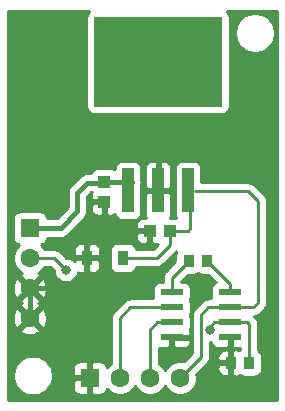
<source format=gbr>
%TF.GenerationSoftware,KiCad,Pcbnew,5.1.10*%
%TF.CreationDate,2021-09-22T17:39:45-07:00*%
%TF.ProjectId,Instrumentation-Amplifier,496e7374-7275-46d6-956e-746174696f6e,2.0*%
%TF.SameCoordinates,Original*%
%TF.FileFunction,Copper,L1,Top*%
%TF.FilePolarity,Positive*%
%FSLAX46Y46*%
G04 Gerber Fmt 4.6, Leading zero omitted, Abs format (unit mm)*
G04 Created by KiCad (PCBNEW 5.1.10) date 2021-09-22 17:39:45*
%MOMM*%
%LPD*%
G01*
G04 APERTURE LIST*
%TA.AperFunction,SMDPad,CuDef*%
%ADD10R,1.000000X1.100000*%
%TD*%
%TA.AperFunction,SMDPad,CuDef*%
%ADD11R,1.100000X1.000000*%
%TD*%
%TA.AperFunction,SMDPad,CuDef*%
%ADD12R,0.965200X1.295400*%
%TD*%
%TA.AperFunction,ComponentPad*%
%ADD13R,1.605000X1.605000*%
%TD*%
%TA.AperFunction,ComponentPad*%
%ADD14C,1.605000*%
%TD*%
%TA.AperFunction,SMDPad,CuDef*%
%ADD15R,0.940000X1.020000*%
%TD*%
%TA.AperFunction,SMDPad,CuDef*%
%ADD16R,0.990000X3.790000*%
%TD*%
%TA.AperFunction,SMDPad,CuDef*%
%ADD17R,10.840000X7.620000*%
%TD*%
%TA.AperFunction,SMDPad,CuDef*%
%ADD18R,1.981200X0.558800*%
%TD*%
%TA.AperFunction,ViaPad*%
%ADD19C,0.800000*%
%TD*%
%TA.AperFunction,Conductor*%
%ADD20C,0.381000*%
%TD*%
%TA.AperFunction,Conductor*%
%ADD21C,0.254000*%
%TD*%
%TA.AperFunction,Conductor*%
%ADD22C,0.100000*%
%TD*%
G04 APERTURE END LIST*
D10*
%TO.P,C1,1*%
%TO.N,Earth*%
X112979200Y-117182000D03*
%TO.P,C1,2*%
%TO.N,/+Vs*%
X112979200Y-115482000D03*
%TD*%
D11*
%TO.P,C2,1*%
%TO.N,Earth*%
X116828200Y-119634000D03*
%TO.P,C2,2*%
%TO.N,~*%
X118528200Y-119634000D03*
%TD*%
D12*
%TO.P,D1,1*%
%TO.N,Earth*%
X111506000Y-121920000D03*
%TO.P,D1,2*%
%TO.N,~*%
X114554000Y-121920000D03*
%TD*%
D13*
%TO.P,J1,1*%
%TO.N,/+Vs*%
X106680000Y-119380000D03*
D14*
%TO.P,J1,2*%
%TO.N,/Vout*%
X106680000Y-121920000D03*
%TO.P,J1,3*%
%TO.N,Earth*%
X106680000Y-124460000D03*
%TO.P,J1,4*%
X106680000Y-127000000D03*
%TD*%
D13*
%TO.P,J2,1*%
%TO.N,Earth*%
X111760000Y-132080000D03*
D14*
%TO.P,J2,2*%
%TO.N,Net-(J2-Pad2)*%
X114300000Y-132080000D03*
%TO.P,J2,3*%
%TO.N,Net-(J2-Pad3)*%
X116840000Y-132080000D03*
%TO.P,J2,4*%
%TO.N,~*%
X119380000Y-132080000D03*
%TD*%
D15*
%TO.P,R1,1*%
%TO.N,Net-(R1-Pad1)*%
X120114000Y-122174000D03*
%TO.P,R1,2*%
%TO.N,Net-(R1-Pad2)*%
X121694000Y-122174000D03*
%TD*%
%TO.P,R2,1*%
%TO.N,/Vout*%
X125250000Y-130810000D03*
%TO.P,R2,2*%
%TO.N,Earth*%
X123670000Y-130810000D03*
%TD*%
D16*
%TO.P,U1,1*%
%TO.N,/+Vs*%
X114985800Y-116204200D03*
%TO.P,U1,2*%
%TO.N,Earth*%
X117525800Y-116204200D03*
%TO.P,U1,3*%
%TO.N,~*%
X120065800Y-116204200D03*
D17*
%TO.P,U1,4*%
%TO.N,N/C*%
X117525800Y-105324200D03*
%TD*%
D18*
%TO.P,U2,1*%
%TO.N,Net-(R1-Pad1)*%
X118694200Y-124841000D03*
%TO.P,U2,2*%
%TO.N,Net-(J2-Pad2)*%
X118694200Y-126111000D03*
%TO.P,U2,3*%
%TO.N,Net-(J2-Pad3)*%
X118694200Y-127381000D03*
%TO.P,U2,4*%
%TO.N,Earth*%
X118694200Y-128651000D03*
%TO.P,U2,5*%
X123621800Y-128651000D03*
%TO.P,U2,6*%
%TO.N,/Vout*%
X123621800Y-127381000D03*
%TO.P,U2,7*%
%TO.N,~*%
X123621800Y-126111000D03*
%TO.P,U2,8*%
%TO.N,Net-(R1-Pad2)*%
X123621800Y-124841000D03*
%TD*%
D19*
%TO.N,Earth*%
X118618000Y-130048000D03*
%TO.N,/Vout*%
X109728000Y-122936000D03*
X121920000Y-128016000D03*
%TD*%
D20*
%TO.N,Earth*%
X106680000Y-124460000D02*
X110744000Y-124460000D01*
X110744000Y-124460000D02*
X111506000Y-123698000D01*
X111506000Y-123698000D02*
X111506000Y-121920000D01*
X106680000Y-127000000D02*
X106680000Y-124460000D01*
X123670000Y-128699200D02*
X123621800Y-128651000D01*
X123670000Y-130810000D02*
X123670000Y-128699200D01*
X123670000Y-130810000D02*
X123670000Y-133632000D01*
X123670000Y-133632000D02*
X123444000Y-133858000D01*
X123444000Y-133858000D02*
X112014000Y-133858000D01*
X111760000Y-133604000D02*
X111760000Y-132080000D01*
X112014000Y-133858000D02*
X111760000Y-133604000D01*
X118694200Y-129971800D02*
X118618000Y-130048000D01*
X118694200Y-128651000D02*
X118694200Y-129971800D01*
D21*
%TO.N,~*%
X121158000Y-126746000D02*
X121793000Y-126111000D01*
X121158000Y-130302000D02*
X121158000Y-126746000D01*
X121793000Y-126111000D02*
X123621800Y-126111000D01*
X119380000Y-132080000D02*
X121158000Y-130302000D01*
X120650000Y-116290000D02*
X125180000Y-116290000D01*
X125180000Y-116290000D02*
X125984000Y-117094000D01*
X125984000Y-117094000D02*
X125984000Y-125730000D01*
X125603000Y-126111000D02*
X123621800Y-126111000D01*
X125984000Y-125730000D02*
X125603000Y-126111000D01*
X118528200Y-119634000D02*
X120040400Y-119634000D01*
X120040400Y-119634000D02*
X120269000Y-119405400D01*
X120269000Y-119405400D02*
X120269000Y-117271800D01*
X114554000Y-121920000D02*
X117449600Y-121920000D01*
X117449600Y-121920000D02*
X118541800Y-120827800D01*
X118541800Y-120827800D02*
X118541800Y-119608600D01*
%TO.N,Net-(J2-Pad3)*%
X117449600Y-127381000D02*
X118694200Y-127381000D01*
X116840000Y-127990600D02*
X117449600Y-127381000D01*
X116840000Y-132080000D02*
X116840000Y-127990600D01*
%TO.N,Net-(J2-Pad2)*%
X114300000Y-132080000D02*
X114300000Y-127000000D01*
X115189000Y-126111000D02*
X118694200Y-126111000D01*
X114300000Y-127000000D02*
X115189000Y-126111000D01*
%TO.N,Net-(R1-Pad2)*%
X123621800Y-124101800D02*
X121694000Y-122174000D01*
X123621800Y-124841000D02*
X123621800Y-124101800D01*
%TO.N,Net-(R1-Pad1)*%
X118694200Y-123593800D02*
X120114000Y-122174000D01*
X118694200Y-124841000D02*
X118694200Y-123593800D01*
%TO.N,/Vout*%
X125250000Y-130810000D02*
X125250000Y-127536000D01*
X125095000Y-127381000D02*
X123621800Y-127381000D01*
X125250000Y-127536000D02*
X125095000Y-127381000D01*
X108712000Y-121920000D02*
X109728000Y-122936000D01*
X106680000Y-121920000D02*
X108712000Y-121920000D01*
X121920000Y-128016000D02*
X121920000Y-127762000D01*
X122301000Y-127381000D02*
X123621800Y-127381000D01*
X121920000Y-127762000D02*
X122301000Y-127381000D01*
D20*
%TO.N,/+Vs*%
X112979200Y-115482000D02*
X115304200Y-115482000D01*
X106680000Y-119380000D02*
X109296200Y-119380000D01*
X109296200Y-119380000D02*
X110693200Y-117983000D01*
X110693200Y-117983000D02*
X110693200Y-116382800D01*
X110693200Y-116382800D02*
X111531400Y-115544600D01*
X111531400Y-115544600D02*
X113004600Y-115544600D01*
%TD*%
D21*
%TO.N,Earth*%
X111654615Y-101063015D02*
X111575263Y-101159706D01*
X111516298Y-101270020D01*
X111479988Y-101389718D01*
X111467728Y-101514200D01*
X111467728Y-109134200D01*
X111479988Y-109258682D01*
X111516298Y-109378380D01*
X111575263Y-109488694D01*
X111654615Y-109585385D01*
X111751306Y-109664737D01*
X111861620Y-109723702D01*
X111981318Y-109760012D01*
X112105800Y-109772272D01*
X122945800Y-109772272D01*
X123070282Y-109760012D01*
X123189980Y-109723702D01*
X123300294Y-109664737D01*
X123396985Y-109585385D01*
X123476337Y-109488694D01*
X123535302Y-109378380D01*
X123571612Y-109258682D01*
X123583872Y-109134200D01*
X123583872Y-102704042D01*
X124045000Y-102704042D01*
X124045000Y-103035958D01*
X124109754Y-103361496D01*
X124236772Y-103668147D01*
X124421175Y-103944125D01*
X124655875Y-104178825D01*
X124931853Y-104363228D01*
X125238504Y-104490246D01*
X125564042Y-104555000D01*
X125895958Y-104555000D01*
X126221496Y-104490246D01*
X126528147Y-104363228D01*
X126804125Y-104178825D01*
X127038825Y-103944125D01*
X127223228Y-103668147D01*
X127350246Y-103361496D01*
X127415000Y-103035958D01*
X127415000Y-102704042D01*
X127350246Y-102378504D01*
X127223228Y-102071853D01*
X127038825Y-101795875D01*
X126804125Y-101561175D01*
X126528147Y-101376772D01*
X126221496Y-101249754D01*
X125895958Y-101185000D01*
X125564042Y-101185000D01*
X125238504Y-101249754D01*
X124931853Y-101376772D01*
X124655875Y-101561175D01*
X124421175Y-101795875D01*
X124236772Y-102071853D01*
X124109754Y-102378504D01*
X124045000Y-102704042D01*
X123583872Y-102704042D01*
X123583872Y-101514200D01*
X123571612Y-101389718D01*
X123535302Y-101270020D01*
X123476337Y-101159706D01*
X123396985Y-101063015D01*
X123368941Y-101040000D01*
X127560001Y-101040000D01*
X127560000Y-133910000D01*
X104850000Y-133910000D01*
X104850000Y-131710842D01*
X105249000Y-131710842D01*
X105249000Y-132042758D01*
X105313754Y-132368296D01*
X105440772Y-132674947D01*
X105625175Y-132950925D01*
X105859875Y-133185625D01*
X106135853Y-133370028D01*
X106442504Y-133497046D01*
X106768042Y-133561800D01*
X107099958Y-133561800D01*
X107425496Y-133497046D01*
X107732147Y-133370028D01*
X108008125Y-133185625D01*
X108242825Y-132950925D01*
X108288545Y-132882500D01*
X110319428Y-132882500D01*
X110331688Y-133006982D01*
X110367998Y-133126680D01*
X110426963Y-133236994D01*
X110506315Y-133333685D01*
X110603006Y-133413037D01*
X110713320Y-133472002D01*
X110833018Y-133508312D01*
X110957500Y-133520572D01*
X111474250Y-133517500D01*
X111633000Y-133358750D01*
X111633000Y-132207000D01*
X110481250Y-132207000D01*
X110322500Y-132365750D01*
X110319428Y-132882500D01*
X108288545Y-132882500D01*
X108427228Y-132674947D01*
X108554246Y-132368296D01*
X108619000Y-132042758D01*
X108619000Y-131710842D01*
X108554246Y-131385304D01*
X108509593Y-131277500D01*
X110319428Y-131277500D01*
X110322500Y-131794250D01*
X110481250Y-131953000D01*
X111633000Y-131953000D01*
X111633000Y-130801250D01*
X111887000Y-130801250D01*
X111887000Y-131953000D01*
X111907000Y-131953000D01*
X111907000Y-132207000D01*
X111887000Y-132207000D01*
X111887000Y-133358750D01*
X112045750Y-133517500D01*
X112562500Y-133520572D01*
X112686982Y-133508312D01*
X112806680Y-133472002D01*
X112916994Y-133413037D01*
X113013685Y-133333685D01*
X113093037Y-133236994D01*
X113152002Y-133126680D01*
X113188312Y-133006982D01*
X113188826Y-133001758D01*
X113383647Y-133196579D01*
X113619089Y-133353896D01*
X113880697Y-133462257D01*
X114158419Y-133517500D01*
X114441581Y-133517500D01*
X114719303Y-133462257D01*
X114980911Y-133353896D01*
X115216353Y-133196579D01*
X115416579Y-132996353D01*
X115570000Y-132766742D01*
X115723421Y-132996353D01*
X115923647Y-133196579D01*
X116159089Y-133353896D01*
X116420697Y-133462257D01*
X116698419Y-133517500D01*
X116981581Y-133517500D01*
X117259303Y-133462257D01*
X117520911Y-133353896D01*
X117756353Y-133196579D01*
X117956579Y-132996353D01*
X118110000Y-132766742D01*
X118263421Y-132996353D01*
X118463647Y-133196579D01*
X118699089Y-133353896D01*
X118960697Y-133462257D01*
X119238419Y-133517500D01*
X119521581Y-133517500D01*
X119799303Y-133462257D01*
X120060911Y-133353896D01*
X120296353Y-133196579D01*
X120496579Y-132996353D01*
X120653896Y-132760911D01*
X120762257Y-132499303D01*
X120817500Y-132221581D01*
X120817500Y-131938419D01*
X120781283Y-131756347D01*
X121217630Y-131320000D01*
X122561928Y-131320000D01*
X122574188Y-131444482D01*
X122610498Y-131564180D01*
X122669463Y-131674494D01*
X122748815Y-131771185D01*
X122845506Y-131850537D01*
X122955820Y-131909502D01*
X123075518Y-131945812D01*
X123200000Y-131958072D01*
X123384250Y-131955000D01*
X123543000Y-131796250D01*
X123543000Y-130937000D01*
X122723750Y-130937000D01*
X122565000Y-131095750D01*
X122561928Y-131320000D01*
X121217630Y-131320000D01*
X121670347Y-130867283D01*
X121699422Y-130843422D01*
X121778584Y-130746963D01*
X121794645Y-130727393D01*
X121865401Y-130595016D01*
X121865402Y-130595015D01*
X121908974Y-130451378D01*
X121920000Y-130339426D01*
X121920000Y-130339423D01*
X121923686Y-130302000D01*
X121923490Y-130300000D01*
X122561928Y-130300000D01*
X122565000Y-130524250D01*
X122723750Y-130683000D01*
X123543000Y-130683000D01*
X123543000Y-129823750D01*
X123384250Y-129665000D01*
X123200000Y-129661928D01*
X123075518Y-129674188D01*
X122955820Y-129710498D01*
X122845506Y-129769463D01*
X122748815Y-129848815D01*
X122669463Y-129945506D01*
X122610498Y-130055820D01*
X122574188Y-130175518D01*
X122561928Y-130300000D01*
X121923490Y-130300000D01*
X121920000Y-130264577D01*
X121920000Y-129051000D01*
X122005264Y-129051000D01*
X122005692Y-129056400D01*
X122042293Y-129176010D01*
X122101525Y-129286180D01*
X122181111Y-129382679D01*
X122277995Y-129461796D01*
X122388452Y-129520493D01*
X122508238Y-129556512D01*
X122632749Y-129568470D01*
X123336050Y-129565400D01*
X123494800Y-129406650D01*
X123494800Y-128778000D01*
X123474800Y-128778000D01*
X123474800Y-128524000D01*
X123494800Y-128524000D01*
X123494800Y-128504000D01*
X123748800Y-128504000D01*
X123748800Y-128524000D01*
X123768800Y-128524000D01*
X123768800Y-128778000D01*
X123748800Y-128778000D01*
X123748800Y-129406650D01*
X123907550Y-129565400D01*
X124488000Y-129567934D01*
X124488000Y-129736059D01*
X124460000Y-129751025D01*
X124384180Y-129710498D01*
X124264482Y-129674188D01*
X124140000Y-129661928D01*
X123955750Y-129665000D01*
X123797000Y-129823750D01*
X123797000Y-130683000D01*
X123817000Y-130683000D01*
X123817000Y-130937000D01*
X123797000Y-130937000D01*
X123797000Y-131796250D01*
X123955750Y-131955000D01*
X124140000Y-131958072D01*
X124264482Y-131945812D01*
X124384180Y-131909502D01*
X124460000Y-131868975D01*
X124535820Y-131909502D01*
X124655518Y-131945812D01*
X124780000Y-131958072D01*
X125720000Y-131958072D01*
X125844482Y-131945812D01*
X125964180Y-131909502D01*
X126074494Y-131850537D01*
X126171185Y-131771185D01*
X126250537Y-131674494D01*
X126309502Y-131564180D01*
X126345812Y-131444482D01*
X126358072Y-131320000D01*
X126358072Y-130300000D01*
X126345812Y-130175518D01*
X126309502Y-130055820D01*
X126250537Y-129945506D01*
X126171185Y-129848815D01*
X126074494Y-129769463D01*
X126012000Y-129736059D01*
X126012000Y-127573422D01*
X126015686Y-127535999D01*
X126009998Y-127478249D01*
X126000974Y-127386622D01*
X125957402Y-127242985D01*
X125886645Y-127110608D01*
X125791422Y-126994578D01*
X125762346Y-126970716D01*
X125662460Y-126870830D01*
X125752378Y-126861974D01*
X125896015Y-126818402D01*
X126028392Y-126747645D01*
X126144422Y-126652422D01*
X126168284Y-126623346D01*
X126496346Y-126295284D01*
X126525422Y-126271422D01*
X126620645Y-126155392D01*
X126691402Y-126023015D01*
X126734974Y-125879378D01*
X126746000Y-125767426D01*
X126746000Y-125767424D01*
X126749686Y-125730001D01*
X126746000Y-125692578D01*
X126746000Y-117131423D01*
X126749686Y-117094000D01*
X126745845Y-117055000D01*
X126734974Y-116944622D01*
X126691402Y-116800985D01*
X126620646Y-116668609D01*
X126620645Y-116668607D01*
X126581986Y-116621502D01*
X126525422Y-116552578D01*
X126496347Y-116528717D01*
X125745284Y-115777654D01*
X125721422Y-115748578D01*
X125605392Y-115653355D01*
X125473015Y-115582598D01*
X125329378Y-115539026D01*
X125217426Y-115528000D01*
X125217423Y-115528000D01*
X125180000Y-115524314D01*
X125142577Y-115528000D01*
X121198872Y-115528000D01*
X121198872Y-114309200D01*
X121186612Y-114184718D01*
X121150302Y-114065020D01*
X121091337Y-113954706D01*
X121011985Y-113858015D01*
X120915294Y-113778663D01*
X120804980Y-113719698D01*
X120685282Y-113683388D01*
X120560800Y-113671128D01*
X119570800Y-113671128D01*
X119446318Y-113683388D01*
X119326620Y-113719698D01*
X119216306Y-113778663D01*
X119119615Y-113858015D01*
X119040263Y-113954706D01*
X118981298Y-114065020D01*
X118944988Y-114184718D01*
X118932728Y-114309200D01*
X118932728Y-118099200D01*
X118944988Y-118223682D01*
X118981298Y-118343380D01*
X119040263Y-118453694D01*
X119074923Y-118495928D01*
X118516677Y-118495928D01*
X118551337Y-118453694D01*
X118610302Y-118343380D01*
X118646612Y-118223682D01*
X118658872Y-118099200D01*
X118655800Y-116489950D01*
X118497050Y-116331200D01*
X117652800Y-116331200D01*
X117652800Y-116351200D01*
X117398800Y-116351200D01*
X117398800Y-116331200D01*
X116554550Y-116331200D01*
X116395800Y-116489950D01*
X116392728Y-118099200D01*
X116404988Y-118223682D01*
X116441298Y-118343380D01*
X116500263Y-118453694D01*
X116537396Y-118498941D01*
X116278200Y-118495928D01*
X116153718Y-118508188D01*
X116034020Y-118544498D01*
X115923706Y-118603463D01*
X115827015Y-118682815D01*
X115747663Y-118779506D01*
X115688698Y-118889820D01*
X115652388Y-119009518D01*
X115640128Y-119134000D01*
X115643200Y-119348250D01*
X115801950Y-119507000D01*
X116701200Y-119507000D01*
X116701200Y-119487000D01*
X116955200Y-119487000D01*
X116955200Y-119507000D01*
X116975200Y-119507000D01*
X116975200Y-119761000D01*
X116955200Y-119761000D01*
X116955200Y-120610250D01*
X117113950Y-120769000D01*
X117378200Y-120772072D01*
X117502682Y-120759812D01*
X117544992Y-120746977D01*
X117133970Y-121158000D01*
X115663415Y-121158000D01*
X115662412Y-121147818D01*
X115626102Y-121028120D01*
X115567137Y-120917806D01*
X115487785Y-120821115D01*
X115391094Y-120741763D01*
X115280780Y-120682798D01*
X115161082Y-120646488D01*
X115036600Y-120634228D01*
X114071400Y-120634228D01*
X113946918Y-120646488D01*
X113827220Y-120682798D01*
X113716906Y-120741763D01*
X113620215Y-120821115D01*
X113540863Y-120917806D01*
X113481898Y-121028120D01*
X113445588Y-121147818D01*
X113433328Y-121272300D01*
X113433328Y-122567700D01*
X113445588Y-122692182D01*
X113481898Y-122811880D01*
X113540863Y-122922194D01*
X113620215Y-123018885D01*
X113716906Y-123098237D01*
X113827220Y-123157202D01*
X113946918Y-123193512D01*
X114071400Y-123205772D01*
X115036600Y-123205772D01*
X115161082Y-123193512D01*
X115280780Y-123157202D01*
X115391094Y-123098237D01*
X115487785Y-123018885D01*
X115567137Y-122922194D01*
X115626102Y-122811880D01*
X115662412Y-122692182D01*
X115663415Y-122682000D01*
X117412177Y-122682000D01*
X117449600Y-122685686D01*
X117487023Y-122682000D01*
X117487026Y-122682000D01*
X117598978Y-122670974D01*
X117742615Y-122627402D01*
X117874992Y-122556645D01*
X117991022Y-122461422D01*
X118014884Y-122432346D01*
X119054153Y-121393078D01*
X119080232Y-121371676D01*
X119054498Y-121419820D01*
X119018188Y-121539518D01*
X119005928Y-121664000D01*
X119005928Y-122204441D01*
X118181849Y-123028521D01*
X118152779Y-123052378D01*
X118128922Y-123081448D01*
X118128921Y-123081449D01*
X118057555Y-123168408D01*
X117986799Y-123300785D01*
X117943227Y-123444422D01*
X117928514Y-123593800D01*
X117932201Y-123631233D01*
X117932201Y-123923528D01*
X117703600Y-123923528D01*
X117579118Y-123935788D01*
X117459420Y-123972098D01*
X117349106Y-124031063D01*
X117252415Y-124110415D01*
X117173063Y-124207106D01*
X117114098Y-124317420D01*
X117077788Y-124437118D01*
X117065528Y-124561600D01*
X117065528Y-125120400D01*
X117077788Y-125244882D01*
X117109372Y-125349000D01*
X115226423Y-125349000D01*
X115189000Y-125345314D01*
X115151577Y-125349000D01*
X115151574Y-125349000D01*
X115039622Y-125360026D01*
X114895985Y-125403598D01*
X114834364Y-125436535D01*
X114763607Y-125474355D01*
X114680904Y-125542228D01*
X114647578Y-125569578D01*
X114623721Y-125598649D01*
X113787649Y-126434721D01*
X113758579Y-126458578D01*
X113734722Y-126487648D01*
X113734721Y-126487649D01*
X113663355Y-126574608D01*
X113592599Y-126706985D01*
X113549027Y-126850622D01*
X113534314Y-127000000D01*
X113538001Y-127037433D01*
X113538000Y-130860286D01*
X113383647Y-130963421D01*
X113188826Y-131158242D01*
X113188312Y-131153018D01*
X113152002Y-131033320D01*
X113093037Y-130923006D01*
X113013685Y-130826315D01*
X112916994Y-130746963D01*
X112806680Y-130687998D01*
X112686982Y-130651688D01*
X112562500Y-130639428D01*
X112045750Y-130642500D01*
X111887000Y-130801250D01*
X111633000Y-130801250D01*
X111474250Y-130642500D01*
X110957500Y-130639428D01*
X110833018Y-130651688D01*
X110713320Y-130687998D01*
X110603006Y-130746963D01*
X110506315Y-130826315D01*
X110426963Y-130923006D01*
X110367998Y-131033320D01*
X110331688Y-131153018D01*
X110319428Y-131277500D01*
X108509593Y-131277500D01*
X108427228Y-131078653D01*
X108242825Y-130802675D01*
X108008125Y-130567975D01*
X107732147Y-130383572D01*
X107425496Y-130256554D01*
X107099958Y-130191800D01*
X106768042Y-130191800D01*
X106442504Y-130256554D01*
X106135853Y-130383572D01*
X105859875Y-130567975D01*
X105625175Y-130802675D01*
X105440772Y-131078653D01*
X105313754Y-131385304D01*
X105249000Y-131710842D01*
X104850000Y-131710842D01*
X104850000Y-127994487D01*
X105865118Y-127994487D01*
X105937004Y-128238712D01*
X106192941Y-128359862D01*
X106467596Y-128428752D01*
X106750413Y-128442738D01*
X107030524Y-128401279D01*
X107297165Y-128305970D01*
X107422996Y-128238712D01*
X107494882Y-127994487D01*
X106680000Y-127179605D01*
X105865118Y-127994487D01*
X104850000Y-127994487D01*
X104850000Y-127070413D01*
X105237262Y-127070413D01*
X105278721Y-127350524D01*
X105374030Y-127617165D01*
X105441288Y-127742996D01*
X105685513Y-127814882D01*
X106500395Y-127000000D01*
X106859605Y-127000000D01*
X107674487Y-127814882D01*
X107918712Y-127742996D01*
X108039862Y-127487059D01*
X108108752Y-127212404D01*
X108122738Y-126929587D01*
X108081279Y-126649476D01*
X107985970Y-126382835D01*
X107918712Y-126257004D01*
X107674487Y-126185118D01*
X106859605Y-127000000D01*
X106500395Y-127000000D01*
X105685513Y-126185118D01*
X105441288Y-126257004D01*
X105320138Y-126512941D01*
X105251248Y-126787596D01*
X105237262Y-127070413D01*
X104850000Y-127070413D01*
X104850000Y-125454487D01*
X105865118Y-125454487D01*
X105937004Y-125698712D01*
X105999091Y-125728102D01*
X105937004Y-125761288D01*
X105865118Y-126005513D01*
X106680000Y-126820395D01*
X107494882Y-126005513D01*
X107422996Y-125761288D01*
X107360909Y-125731898D01*
X107422996Y-125698712D01*
X107494882Y-125454487D01*
X106680000Y-124639605D01*
X105865118Y-125454487D01*
X104850000Y-125454487D01*
X104850000Y-124530413D01*
X105237262Y-124530413D01*
X105278721Y-124810524D01*
X105374030Y-125077165D01*
X105441288Y-125202996D01*
X105685513Y-125274882D01*
X106500395Y-124460000D01*
X106859605Y-124460000D01*
X107674487Y-125274882D01*
X107918712Y-125202996D01*
X108039862Y-124947059D01*
X108108752Y-124672404D01*
X108122738Y-124389587D01*
X108081279Y-124109476D01*
X107985970Y-123842835D01*
X107918712Y-123717004D01*
X107674487Y-123645118D01*
X106859605Y-124460000D01*
X106500395Y-124460000D01*
X105685513Y-123645118D01*
X105441288Y-123717004D01*
X105320138Y-123972941D01*
X105251248Y-124247596D01*
X105237262Y-124530413D01*
X104850000Y-124530413D01*
X104850000Y-118577500D01*
X105239428Y-118577500D01*
X105239428Y-120182500D01*
X105251688Y-120306982D01*
X105287998Y-120426680D01*
X105346963Y-120536994D01*
X105426315Y-120633685D01*
X105523006Y-120713037D01*
X105633320Y-120772002D01*
X105753018Y-120808312D01*
X105758242Y-120808826D01*
X105563421Y-121003647D01*
X105406104Y-121239089D01*
X105297743Y-121500697D01*
X105242500Y-121778419D01*
X105242500Y-122061581D01*
X105297743Y-122339303D01*
X105406104Y-122600911D01*
X105563421Y-122836353D01*
X105763647Y-123036579D01*
X105994272Y-123190678D01*
X105937004Y-123221288D01*
X105865118Y-123465513D01*
X106680000Y-124280395D01*
X107494882Y-123465513D01*
X107422996Y-123221288D01*
X107362660Y-123192727D01*
X107596353Y-123036579D01*
X107796579Y-122836353D01*
X107899714Y-122682000D01*
X108396370Y-122682000D01*
X108693000Y-122978631D01*
X108693000Y-123037939D01*
X108732774Y-123237898D01*
X108810795Y-123426256D01*
X108924063Y-123595774D01*
X109068226Y-123739937D01*
X109237744Y-123853205D01*
X109426102Y-123931226D01*
X109626061Y-123971000D01*
X109829939Y-123971000D01*
X110029898Y-123931226D01*
X110218256Y-123853205D01*
X110387774Y-123739937D01*
X110531937Y-123595774D01*
X110645205Y-123426256D01*
X110723226Y-123237898D01*
X110743116Y-123137904D01*
X110779220Y-123157202D01*
X110898918Y-123193512D01*
X111023400Y-123205772D01*
X111220250Y-123202700D01*
X111379000Y-123043950D01*
X111379000Y-122047000D01*
X111633000Y-122047000D01*
X111633000Y-123043950D01*
X111791750Y-123202700D01*
X111988600Y-123205772D01*
X112113082Y-123193512D01*
X112232780Y-123157202D01*
X112343094Y-123098237D01*
X112439785Y-123018885D01*
X112519137Y-122922194D01*
X112578102Y-122811880D01*
X112614412Y-122692182D01*
X112626672Y-122567700D01*
X112623600Y-122205750D01*
X112464850Y-122047000D01*
X111633000Y-122047000D01*
X111379000Y-122047000D01*
X110547150Y-122047000D01*
X110424931Y-122169220D01*
X110387774Y-122132063D01*
X110218256Y-122018795D01*
X110029898Y-121940774D01*
X109829939Y-121901000D01*
X109770631Y-121901000D01*
X109277284Y-121407654D01*
X109253422Y-121378578D01*
X109137392Y-121283355D01*
X109116710Y-121272300D01*
X110385328Y-121272300D01*
X110388400Y-121634250D01*
X110547150Y-121793000D01*
X111379000Y-121793000D01*
X111379000Y-120796050D01*
X111633000Y-120796050D01*
X111633000Y-121793000D01*
X112464850Y-121793000D01*
X112623600Y-121634250D01*
X112626672Y-121272300D01*
X112614412Y-121147818D01*
X112578102Y-121028120D01*
X112519137Y-120917806D01*
X112439785Y-120821115D01*
X112343094Y-120741763D01*
X112232780Y-120682798D01*
X112113082Y-120646488D01*
X111988600Y-120634228D01*
X111791750Y-120637300D01*
X111633000Y-120796050D01*
X111379000Y-120796050D01*
X111220250Y-120637300D01*
X111023400Y-120634228D01*
X110898918Y-120646488D01*
X110779220Y-120682798D01*
X110668906Y-120741763D01*
X110572215Y-120821115D01*
X110492863Y-120917806D01*
X110433898Y-121028120D01*
X110397588Y-121147818D01*
X110385328Y-121272300D01*
X109116710Y-121272300D01*
X109005015Y-121212598D01*
X108861378Y-121169026D01*
X108749426Y-121158000D01*
X108749423Y-121158000D01*
X108712000Y-121154314D01*
X108674577Y-121158000D01*
X107899714Y-121158000D01*
X107796579Y-121003647D01*
X107601758Y-120808826D01*
X107606982Y-120808312D01*
X107726680Y-120772002D01*
X107836994Y-120713037D01*
X107933685Y-120633685D01*
X108013037Y-120536994D01*
X108072002Y-120426680D01*
X108108312Y-120306982D01*
X108118307Y-120205500D01*
X109255650Y-120205500D01*
X109296200Y-120209494D01*
X109336750Y-120205500D01*
X109336753Y-120205500D01*
X109458026Y-120193556D01*
X109613634Y-120146353D01*
X109636744Y-120134000D01*
X115640128Y-120134000D01*
X115652388Y-120258482D01*
X115688698Y-120378180D01*
X115747663Y-120488494D01*
X115827015Y-120585185D01*
X115923706Y-120664537D01*
X116034020Y-120723502D01*
X116153718Y-120759812D01*
X116278200Y-120772072D01*
X116542450Y-120769000D01*
X116701200Y-120610250D01*
X116701200Y-119761000D01*
X115801950Y-119761000D01*
X115643200Y-119919750D01*
X115640128Y-120134000D01*
X109636744Y-120134000D01*
X109757042Y-120069699D01*
X109882741Y-119966541D01*
X109908598Y-119935034D01*
X111248241Y-118595392D01*
X111279741Y-118569541D01*
X111382899Y-118443842D01*
X111459553Y-118300434D01*
X111506756Y-118144826D01*
X111518700Y-118023553D01*
X111518700Y-118023544D01*
X111522693Y-117983001D01*
X111518700Y-117942458D01*
X111518700Y-117732000D01*
X111841128Y-117732000D01*
X111853388Y-117856482D01*
X111889698Y-117976180D01*
X111948663Y-118086494D01*
X112028015Y-118183185D01*
X112124706Y-118262537D01*
X112235020Y-118321502D01*
X112354718Y-118357812D01*
X112479200Y-118370072D01*
X112693450Y-118367000D01*
X112852200Y-118208250D01*
X112852200Y-117309000D01*
X112002950Y-117309000D01*
X111844200Y-117467750D01*
X111841128Y-117732000D01*
X111518700Y-117732000D01*
X111518700Y-116724733D01*
X111873333Y-116370100D01*
X111899170Y-116370100D01*
X111889698Y-116387820D01*
X111853388Y-116507518D01*
X111841128Y-116632000D01*
X111844200Y-116896250D01*
X112002950Y-117055000D01*
X112852200Y-117055000D01*
X112852200Y-117035000D01*
X113106200Y-117035000D01*
X113106200Y-117055000D01*
X113126200Y-117055000D01*
X113126200Y-117309000D01*
X113106200Y-117309000D01*
X113106200Y-118208250D01*
X113264950Y-118367000D01*
X113479200Y-118370072D01*
X113603682Y-118357812D01*
X113723380Y-118321502D01*
X113833694Y-118262537D01*
X113868187Y-118234229D01*
X113901298Y-118343380D01*
X113960263Y-118453694D01*
X114039615Y-118550385D01*
X114136306Y-118629737D01*
X114246620Y-118688702D01*
X114366318Y-118725012D01*
X114490800Y-118737272D01*
X115480800Y-118737272D01*
X115605282Y-118725012D01*
X115724980Y-118688702D01*
X115835294Y-118629737D01*
X115931985Y-118550385D01*
X116011337Y-118453694D01*
X116070302Y-118343380D01*
X116106612Y-118223682D01*
X116118872Y-118099200D01*
X116118872Y-115632495D01*
X116133694Y-115482000D01*
X116118872Y-115331505D01*
X116118872Y-114309200D01*
X116392728Y-114309200D01*
X116395800Y-115918450D01*
X116554550Y-116077200D01*
X117398800Y-116077200D01*
X117398800Y-113832950D01*
X117652800Y-113832950D01*
X117652800Y-116077200D01*
X118497050Y-116077200D01*
X118655800Y-115918450D01*
X118658872Y-114309200D01*
X118646612Y-114184718D01*
X118610302Y-114065020D01*
X118551337Y-113954706D01*
X118471985Y-113858015D01*
X118375294Y-113778663D01*
X118264980Y-113719698D01*
X118145282Y-113683388D01*
X118020800Y-113671128D01*
X117811550Y-113674200D01*
X117652800Y-113832950D01*
X117398800Y-113832950D01*
X117240050Y-113674200D01*
X117030800Y-113671128D01*
X116906318Y-113683388D01*
X116786620Y-113719698D01*
X116676306Y-113778663D01*
X116579615Y-113858015D01*
X116500263Y-113954706D01*
X116441298Y-114065020D01*
X116404988Y-114184718D01*
X116392728Y-114309200D01*
X116118872Y-114309200D01*
X116106612Y-114184718D01*
X116070302Y-114065020D01*
X116011337Y-113954706D01*
X115931985Y-113858015D01*
X115835294Y-113778663D01*
X115724980Y-113719698D01*
X115605282Y-113683388D01*
X115480800Y-113671128D01*
X114490800Y-113671128D01*
X114366318Y-113683388D01*
X114246620Y-113719698D01*
X114136306Y-113778663D01*
X114039615Y-113858015D01*
X113960263Y-113954706D01*
X113901298Y-114065020D01*
X113864988Y-114184718D01*
X113852728Y-114309200D01*
X113852728Y-114417084D01*
X113833694Y-114401463D01*
X113723380Y-114342498D01*
X113603682Y-114306188D01*
X113479200Y-114293928D01*
X112479200Y-114293928D01*
X112354718Y-114306188D01*
X112235020Y-114342498D01*
X112124706Y-114401463D01*
X112028015Y-114480815D01*
X111948663Y-114577506D01*
X111889698Y-114687820D01*
X111880209Y-114719100D01*
X111571950Y-114719100D01*
X111531400Y-114715106D01*
X111490849Y-114719100D01*
X111490847Y-114719100D01*
X111369574Y-114731044D01*
X111213966Y-114778247D01*
X111070557Y-114854901D01*
X110976358Y-114932208D01*
X110976355Y-114932211D01*
X110944859Y-114958059D01*
X110919011Y-114989556D01*
X110138161Y-115770407D01*
X110106660Y-115796259D01*
X110080809Y-115827759D01*
X110003501Y-115921958D01*
X109926847Y-116065367D01*
X109879645Y-116220974D01*
X109863706Y-116382800D01*
X109867701Y-116423360D01*
X109867700Y-117641067D01*
X108954268Y-118554500D01*
X108118307Y-118554500D01*
X108108312Y-118453018D01*
X108072002Y-118333320D01*
X108013037Y-118223006D01*
X107933685Y-118126315D01*
X107836994Y-118046963D01*
X107726680Y-117987998D01*
X107606982Y-117951688D01*
X107482500Y-117939428D01*
X105877500Y-117939428D01*
X105753018Y-117951688D01*
X105633320Y-117987998D01*
X105523006Y-118046963D01*
X105426315Y-118126315D01*
X105346963Y-118223006D01*
X105287998Y-118333320D01*
X105251688Y-118453018D01*
X105239428Y-118577500D01*
X104850000Y-118577500D01*
X104850000Y-101040000D01*
X111682659Y-101040000D01*
X111654615Y-101063015D01*
%TA.AperFunction,Conductor*%
D22*
G36*
X111654615Y-101063015D02*
G01*
X111575263Y-101159706D01*
X111516298Y-101270020D01*
X111479988Y-101389718D01*
X111467728Y-101514200D01*
X111467728Y-109134200D01*
X111479988Y-109258682D01*
X111516298Y-109378380D01*
X111575263Y-109488694D01*
X111654615Y-109585385D01*
X111751306Y-109664737D01*
X111861620Y-109723702D01*
X111981318Y-109760012D01*
X112105800Y-109772272D01*
X122945800Y-109772272D01*
X123070282Y-109760012D01*
X123189980Y-109723702D01*
X123300294Y-109664737D01*
X123396985Y-109585385D01*
X123476337Y-109488694D01*
X123535302Y-109378380D01*
X123571612Y-109258682D01*
X123583872Y-109134200D01*
X123583872Y-102704042D01*
X124045000Y-102704042D01*
X124045000Y-103035958D01*
X124109754Y-103361496D01*
X124236772Y-103668147D01*
X124421175Y-103944125D01*
X124655875Y-104178825D01*
X124931853Y-104363228D01*
X125238504Y-104490246D01*
X125564042Y-104555000D01*
X125895958Y-104555000D01*
X126221496Y-104490246D01*
X126528147Y-104363228D01*
X126804125Y-104178825D01*
X127038825Y-103944125D01*
X127223228Y-103668147D01*
X127350246Y-103361496D01*
X127415000Y-103035958D01*
X127415000Y-102704042D01*
X127350246Y-102378504D01*
X127223228Y-102071853D01*
X127038825Y-101795875D01*
X126804125Y-101561175D01*
X126528147Y-101376772D01*
X126221496Y-101249754D01*
X125895958Y-101185000D01*
X125564042Y-101185000D01*
X125238504Y-101249754D01*
X124931853Y-101376772D01*
X124655875Y-101561175D01*
X124421175Y-101795875D01*
X124236772Y-102071853D01*
X124109754Y-102378504D01*
X124045000Y-102704042D01*
X123583872Y-102704042D01*
X123583872Y-101514200D01*
X123571612Y-101389718D01*
X123535302Y-101270020D01*
X123476337Y-101159706D01*
X123396985Y-101063015D01*
X123368941Y-101040000D01*
X127560001Y-101040000D01*
X127560000Y-133910000D01*
X104850000Y-133910000D01*
X104850000Y-131710842D01*
X105249000Y-131710842D01*
X105249000Y-132042758D01*
X105313754Y-132368296D01*
X105440772Y-132674947D01*
X105625175Y-132950925D01*
X105859875Y-133185625D01*
X106135853Y-133370028D01*
X106442504Y-133497046D01*
X106768042Y-133561800D01*
X107099958Y-133561800D01*
X107425496Y-133497046D01*
X107732147Y-133370028D01*
X108008125Y-133185625D01*
X108242825Y-132950925D01*
X108288545Y-132882500D01*
X110319428Y-132882500D01*
X110331688Y-133006982D01*
X110367998Y-133126680D01*
X110426963Y-133236994D01*
X110506315Y-133333685D01*
X110603006Y-133413037D01*
X110713320Y-133472002D01*
X110833018Y-133508312D01*
X110957500Y-133520572D01*
X111474250Y-133517500D01*
X111633000Y-133358750D01*
X111633000Y-132207000D01*
X110481250Y-132207000D01*
X110322500Y-132365750D01*
X110319428Y-132882500D01*
X108288545Y-132882500D01*
X108427228Y-132674947D01*
X108554246Y-132368296D01*
X108619000Y-132042758D01*
X108619000Y-131710842D01*
X108554246Y-131385304D01*
X108509593Y-131277500D01*
X110319428Y-131277500D01*
X110322500Y-131794250D01*
X110481250Y-131953000D01*
X111633000Y-131953000D01*
X111633000Y-130801250D01*
X111887000Y-130801250D01*
X111887000Y-131953000D01*
X111907000Y-131953000D01*
X111907000Y-132207000D01*
X111887000Y-132207000D01*
X111887000Y-133358750D01*
X112045750Y-133517500D01*
X112562500Y-133520572D01*
X112686982Y-133508312D01*
X112806680Y-133472002D01*
X112916994Y-133413037D01*
X113013685Y-133333685D01*
X113093037Y-133236994D01*
X113152002Y-133126680D01*
X113188312Y-133006982D01*
X113188826Y-133001758D01*
X113383647Y-133196579D01*
X113619089Y-133353896D01*
X113880697Y-133462257D01*
X114158419Y-133517500D01*
X114441581Y-133517500D01*
X114719303Y-133462257D01*
X114980911Y-133353896D01*
X115216353Y-133196579D01*
X115416579Y-132996353D01*
X115570000Y-132766742D01*
X115723421Y-132996353D01*
X115923647Y-133196579D01*
X116159089Y-133353896D01*
X116420697Y-133462257D01*
X116698419Y-133517500D01*
X116981581Y-133517500D01*
X117259303Y-133462257D01*
X117520911Y-133353896D01*
X117756353Y-133196579D01*
X117956579Y-132996353D01*
X118110000Y-132766742D01*
X118263421Y-132996353D01*
X118463647Y-133196579D01*
X118699089Y-133353896D01*
X118960697Y-133462257D01*
X119238419Y-133517500D01*
X119521581Y-133517500D01*
X119799303Y-133462257D01*
X120060911Y-133353896D01*
X120296353Y-133196579D01*
X120496579Y-132996353D01*
X120653896Y-132760911D01*
X120762257Y-132499303D01*
X120817500Y-132221581D01*
X120817500Y-131938419D01*
X120781283Y-131756347D01*
X121217630Y-131320000D01*
X122561928Y-131320000D01*
X122574188Y-131444482D01*
X122610498Y-131564180D01*
X122669463Y-131674494D01*
X122748815Y-131771185D01*
X122845506Y-131850537D01*
X122955820Y-131909502D01*
X123075518Y-131945812D01*
X123200000Y-131958072D01*
X123384250Y-131955000D01*
X123543000Y-131796250D01*
X123543000Y-130937000D01*
X122723750Y-130937000D01*
X122565000Y-131095750D01*
X122561928Y-131320000D01*
X121217630Y-131320000D01*
X121670347Y-130867283D01*
X121699422Y-130843422D01*
X121778584Y-130746963D01*
X121794645Y-130727393D01*
X121865401Y-130595016D01*
X121865402Y-130595015D01*
X121908974Y-130451378D01*
X121920000Y-130339426D01*
X121920000Y-130339423D01*
X121923686Y-130302000D01*
X121923490Y-130300000D01*
X122561928Y-130300000D01*
X122565000Y-130524250D01*
X122723750Y-130683000D01*
X123543000Y-130683000D01*
X123543000Y-129823750D01*
X123384250Y-129665000D01*
X123200000Y-129661928D01*
X123075518Y-129674188D01*
X122955820Y-129710498D01*
X122845506Y-129769463D01*
X122748815Y-129848815D01*
X122669463Y-129945506D01*
X122610498Y-130055820D01*
X122574188Y-130175518D01*
X122561928Y-130300000D01*
X121923490Y-130300000D01*
X121920000Y-130264577D01*
X121920000Y-129051000D01*
X122005264Y-129051000D01*
X122005692Y-129056400D01*
X122042293Y-129176010D01*
X122101525Y-129286180D01*
X122181111Y-129382679D01*
X122277995Y-129461796D01*
X122388452Y-129520493D01*
X122508238Y-129556512D01*
X122632749Y-129568470D01*
X123336050Y-129565400D01*
X123494800Y-129406650D01*
X123494800Y-128778000D01*
X123474800Y-128778000D01*
X123474800Y-128524000D01*
X123494800Y-128524000D01*
X123494800Y-128504000D01*
X123748800Y-128504000D01*
X123748800Y-128524000D01*
X123768800Y-128524000D01*
X123768800Y-128778000D01*
X123748800Y-128778000D01*
X123748800Y-129406650D01*
X123907550Y-129565400D01*
X124488000Y-129567934D01*
X124488000Y-129736059D01*
X124460000Y-129751025D01*
X124384180Y-129710498D01*
X124264482Y-129674188D01*
X124140000Y-129661928D01*
X123955750Y-129665000D01*
X123797000Y-129823750D01*
X123797000Y-130683000D01*
X123817000Y-130683000D01*
X123817000Y-130937000D01*
X123797000Y-130937000D01*
X123797000Y-131796250D01*
X123955750Y-131955000D01*
X124140000Y-131958072D01*
X124264482Y-131945812D01*
X124384180Y-131909502D01*
X124460000Y-131868975D01*
X124535820Y-131909502D01*
X124655518Y-131945812D01*
X124780000Y-131958072D01*
X125720000Y-131958072D01*
X125844482Y-131945812D01*
X125964180Y-131909502D01*
X126074494Y-131850537D01*
X126171185Y-131771185D01*
X126250537Y-131674494D01*
X126309502Y-131564180D01*
X126345812Y-131444482D01*
X126358072Y-131320000D01*
X126358072Y-130300000D01*
X126345812Y-130175518D01*
X126309502Y-130055820D01*
X126250537Y-129945506D01*
X126171185Y-129848815D01*
X126074494Y-129769463D01*
X126012000Y-129736059D01*
X126012000Y-127573422D01*
X126015686Y-127535999D01*
X126009998Y-127478249D01*
X126000974Y-127386622D01*
X125957402Y-127242985D01*
X125886645Y-127110608D01*
X125791422Y-126994578D01*
X125762346Y-126970716D01*
X125662460Y-126870830D01*
X125752378Y-126861974D01*
X125896015Y-126818402D01*
X126028392Y-126747645D01*
X126144422Y-126652422D01*
X126168284Y-126623346D01*
X126496346Y-126295284D01*
X126525422Y-126271422D01*
X126620645Y-126155392D01*
X126691402Y-126023015D01*
X126734974Y-125879378D01*
X126746000Y-125767426D01*
X126746000Y-125767424D01*
X126749686Y-125730001D01*
X126746000Y-125692578D01*
X126746000Y-117131423D01*
X126749686Y-117094000D01*
X126745845Y-117055000D01*
X126734974Y-116944622D01*
X126691402Y-116800985D01*
X126620646Y-116668609D01*
X126620645Y-116668607D01*
X126581986Y-116621502D01*
X126525422Y-116552578D01*
X126496347Y-116528717D01*
X125745284Y-115777654D01*
X125721422Y-115748578D01*
X125605392Y-115653355D01*
X125473015Y-115582598D01*
X125329378Y-115539026D01*
X125217426Y-115528000D01*
X125217423Y-115528000D01*
X125180000Y-115524314D01*
X125142577Y-115528000D01*
X121198872Y-115528000D01*
X121198872Y-114309200D01*
X121186612Y-114184718D01*
X121150302Y-114065020D01*
X121091337Y-113954706D01*
X121011985Y-113858015D01*
X120915294Y-113778663D01*
X120804980Y-113719698D01*
X120685282Y-113683388D01*
X120560800Y-113671128D01*
X119570800Y-113671128D01*
X119446318Y-113683388D01*
X119326620Y-113719698D01*
X119216306Y-113778663D01*
X119119615Y-113858015D01*
X119040263Y-113954706D01*
X118981298Y-114065020D01*
X118944988Y-114184718D01*
X118932728Y-114309200D01*
X118932728Y-118099200D01*
X118944988Y-118223682D01*
X118981298Y-118343380D01*
X119040263Y-118453694D01*
X119074923Y-118495928D01*
X118516677Y-118495928D01*
X118551337Y-118453694D01*
X118610302Y-118343380D01*
X118646612Y-118223682D01*
X118658872Y-118099200D01*
X118655800Y-116489950D01*
X118497050Y-116331200D01*
X117652800Y-116331200D01*
X117652800Y-116351200D01*
X117398800Y-116351200D01*
X117398800Y-116331200D01*
X116554550Y-116331200D01*
X116395800Y-116489950D01*
X116392728Y-118099200D01*
X116404988Y-118223682D01*
X116441298Y-118343380D01*
X116500263Y-118453694D01*
X116537396Y-118498941D01*
X116278200Y-118495928D01*
X116153718Y-118508188D01*
X116034020Y-118544498D01*
X115923706Y-118603463D01*
X115827015Y-118682815D01*
X115747663Y-118779506D01*
X115688698Y-118889820D01*
X115652388Y-119009518D01*
X115640128Y-119134000D01*
X115643200Y-119348250D01*
X115801950Y-119507000D01*
X116701200Y-119507000D01*
X116701200Y-119487000D01*
X116955200Y-119487000D01*
X116955200Y-119507000D01*
X116975200Y-119507000D01*
X116975200Y-119761000D01*
X116955200Y-119761000D01*
X116955200Y-120610250D01*
X117113950Y-120769000D01*
X117378200Y-120772072D01*
X117502682Y-120759812D01*
X117544992Y-120746977D01*
X117133970Y-121158000D01*
X115663415Y-121158000D01*
X115662412Y-121147818D01*
X115626102Y-121028120D01*
X115567137Y-120917806D01*
X115487785Y-120821115D01*
X115391094Y-120741763D01*
X115280780Y-120682798D01*
X115161082Y-120646488D01*
X115036600Y-120634228D01*
X114071400Y-120634228D01*
X113946918Y-120646488D01*
X113827220Y-120682798D01*
X113716906Y-120741763D01*
X113620215Y-120821115D01*
X113540863Y-120917806D01*
X113481898Y-121028120D01*
X113445588Y-121147818D01*
X113433328Y-121272300D01*
X113433328Y-122567700D01*
X113445588Y-122692182D01*
X113481898Y-122811880D01*
X113540863Y-122922194D01*
X113620215Y-123018885D01*
X113716906Y-123098237D01*
X113827220Y-123157202D01*
X113946918Y-123193512D01*
X114071400Y-123205772D01*
X115036600Y-123205772D01*
X115161082Y-123193512D01*
X115280780Y-123157202D01*
X115391094Y-123098237D01*
X115487785Y-123018885D01*
X115567137Y-122922194D01*
X115626102Y-122811880D01*
X115662412Y-122692182D01*
X115663415Y-122682000D01*
X117412177Y-122682000D01*
X117449600Y-122685686D01*
X117487023Y-122682000D01*
X117487026Y-122682000D01*
X117598978Y-122670974D01*
X117742615Y-122627402D01*
X117874992Y-122556645D01*
X117991022Y-122461422D01*
X118014884Y-122432346D01*
X119054153Y-121393078D01*
X119080232Y-121371676D01*
X119054498Y-121419820D01*
X119018188Y-121539518D01*
X119005928Y-121664000D01*
X119005928Y-122204441D01*
X118181849Y-123028521D01*
X118152779Y-123052378D01*
X118128922Y-123081448D01*
X118128921Y-123081449D01*
X118057555Y-123168408D01*
X117986799Y-123300785D01*
X117943227Y-123444422D01*
X117928514Y-123593800D01*
X117932201Y-123631233D01*
X117932201Y-123923528D01*
X117703600Y-123923528D01*
X117579118Y-123935788D01*
X117459420Y-123972098D01*
X117349106Y-124031063D01*
X117252415Y-124110415D01*
X117173063Y-124207106D01*
X117114098Y-124317420D01*
X117077788Y-124437118D01*
X117065528Y-124561600D01*
X117065528Y-125120400D01*
X117077788Y-125244882D01*
X117109372Y-125349000D01*
X115226423Y-125349000D01*
X115189000Y-125345314D01*
X115151577Y-125349000D01*
X115151574Y-125349000D01*
X115039622Y-125360026D01*
X114895985Y-125403598D01*
X114834364Y-125436535D01*
X114763607Y-125474355D01*
X114680904Y-125542228D01*
X114647578Y-125569578D01*
X114623721Y-125598649D01*
X113787649Y-126434721D01*
X113758579Y-126458578D01*
X113734722Y-126487648D01*
X113734721Y-126487649D01*
X113663355Y-126574608D01*
X113592599Y-126706985D01*
X113549027Y-126850622D01*
X113534314Y-127000000D01*
X113538001Y-127037433D01*
X113538000Y-130860286D01*
X113383647Y-130963421D01*
X113188826Y-131158242D01*
X113188312Y-131153018D01*
X113152002Y-131033320D01*
X113093037Y-130923006D01*
X113013685Y-130826315D01*
X112916994Y-130746963D01*
X112806680Y-130687998D01*
X112686982Y-130651688D01*
X112562500Y-130639428D01*
X112045750Y-130642500D01*
X111887000Y-130801250D01*
X111633000Y-130801250D01*
X111474250Y-130642500D01*
X110957500Y-130639428D01*
X110833018Y-130651688D01*
X110713320Y-130687998D01*
X110603006Y-130746963D01*
X110506315Y-130826315D01*
X110426963Y-130923006D01*
X110367998Y-131033320D01*
X110331688Y-131153018D01*
X110319428Y-131277500D01*
X108509593Y-131277500D01*
X108427228Y-131078653D01*
X108242825Y-130802675D01*
X108008125Y-130567975D01*
X107732147Y-130383572D01*
X107425496Y-130256554D01*
X107099958Y-130191800D01*
X106768042Y-130191800D01*
X106442504Y-130256554D01*
X106135853Y-130383572D01*
X105859875Y-130567975D01*
X105625175Y-130802675D01*
X105440772Y-131078653D01*
X105313754Y-131385304D01*
X105249000Y-131710842D01*
X104850000Y-131710842D01*
X104850000Y-127994487D01*
X105865118Y-127994487D01*
X105937004Y-128238712D01*
X106192941Y-128359862D01*
X106467596Y-128428752D01*
X106750413Y-128442738D01*
X107030524Y-128401279D01*
X107297165Y-128305970D01*
X107422996Y-128238712D01*
X107494882Y-127994487D01*
X106680000Y-127179605D01*
X105865118Y-127994487D01*
X104850000Y-127994487D01*
X104850000Y-127070413D01*
X105237262Y-127070413D01*
X105278721Y-127350524D01*
X105374030Y-127617165D01*
X105441288Y-127742996D01*
X105685513Y-127814882D01*
X106500395Y-127000000D01*
X106859605Y-127000000D01*
X107674487Y-127814882D01*
X107918712Y-127742996D01*
X108039862Y-127487059D01*
X108108752Y-127212404D01*
X108122738Y-126929587D01*
X108081279Y-126649476D01*
X107985970Y-126382835D01*
X107918712Y-126257004D01*
X107674487Y-126185118D01*
X106859605Y-127000000D01*
X106500395Y-127000000D01*
X105685513Y-126185118D01*
X105441288Y-126257004D01*
X105320138Y-126512941D01*
X105251248Y-126787596D01*
X105237262Y-127070413D01*
X104850000Y-127070413D01*
X104850000Y-125454487D01*
X105865118Y-125454487D01*
X105937004Y-125698712D01*
X105999091Y-125728102D01*
X105937004Y-125761288D01*
X105865118Y-126005513D01*
X106680000Y-126820395D01*
X107494882Y-126005513D01*
X107422996Y-125761288D01*
X107360909Y-125731898D01*
X107422996Y-125698712D01*
X107494882Y-125454487D01*
X106680000Y-124639605D01*
X105865118Y-125454487D01*
X104850000Y-125454487D01*
X104850000Y-124530413D01*
X105237262Y-124530413D01*
X105278721Y-124810524D01*
X105374030Y-125077165D01*
X105441288Y-125202996D01*
X105685513Y-125274882D01*
X106500395Y-124460000D01*
X106859605Y-124460000D01*
X107674487Y-125274882D01*
X107918712Y-125202996D01*
X108039862Y-124947059D01*
X108108752Y-124672404D01*
X108122738Y-124389587D01*
X108081279Y-124109476D01*
X107985970Y-123842835D01*
X107918712Y-123717004D01*
X107674487Y-123645118D01*
X106859605Y-124460000D01*
X106500395Y-124460000D01*
X105685513Y-123645118D01*
X105441288Y-123717004D01*
X105320138Y-123972941D01*
X105251248Y-124247596D01*
X105237262Y-124530413D01*
X104850000Y-124530413D01*
X104850000Y-118577500D01*
X105239428Y-118577500D01*
X105239428Y-120182500D01*
X105251688Y-120306982D01*
X105287998Y-120426680D01*
X105346963Y-120536994D01*
X105426315Y-120633685D01*
X105523006Y-120713037D01*
X105633320Y-120772002D01*
X105753018Y-120808312D01*
X105758242Y-120808826D01*
X105563421Y-121003647D01*
X105406104Y-121239089D01*
X105297743Y-121500697D01*
X105242500Y-121778419D01*
X105242500Y-122061581D01*
X105297743Y-122339303D01*
X105406104Y-122600911D01*
X105563421Y-122836353D01*
X105763647Y-123036579D01*
X105994272Y-123190678D01*
X105937004Y-123221288D01*
X105865118Y-123465513D01*
X106680000Y-124280395D01*
X107494882Y-123465513D01*
X107422996Y-123221288D01*
X107362660Y-123192727D01*
X107596353Y-123036579D01*
X107796579Y-122836353D01*
X107899714Y-122682000D01*
X108396370Y-122682000D01*
X108693000Y-122978631D01*
X108693000Y-123037939D01*
X108732774Y-123237898D01*
X108810795Y-123426256D01*
X108924063Y-123595774D01*
X109068226Y-123739937D01*
X109237744Y-123853205D01*
X109426102Y-123931226D01*
X109626061Y-123971000D01*
X109829939Y-123971000D01*
X110029898Y-123931226D01*
X110218256Y-123853205D01*
X110387774Y-123739937D01*
X110531937Y-123595774D01*
X110645205Y-123426256D01*
X110723226Y-123237898D01*
X110743116Y-123137904D01*
X110779220Y-123157202D01*
X110898918Y-123193512D01*
X111023400Y-123205772D01*
X111220250Y-123202700D01*
X111379000Y-123043950D01*
X111379000Y-122047000D01*
X111633000Y-122047000D01*
X111633000Y-123043950D01*
X111791750Y-123202700D01*
X111988600Y-123205772D01*
X112113082Y-123193512D01*
X112232780Y-123157202D01*
X112343094Y-123098237D01*
X112439785Y-123018885D01*
X112519137Y-122922194D01*
X112578102Y-122811880D01*
X112614412Y-122692182D01*
X112626672Y-122567700D01*
X112623600Y-122205750D01*
X112464850Y-122047000D01*
X111633000Y-122047000D01*
X111379000Y-122047000D01*
X110547150Y-122047000D01*
X110424931Y-122169220D01*
X110387774Y-122132063D01*
X110218256Y-122018795D01*
X110029898Y-121940774D01*
X109829939Y-121901000D01*
X109770631Y-121901000D01*
X109277284Y-121407654D01*
X109253422Y-121378578D01*
X109137392Y-121283355D01*
X109116710Y-121272300D01*
X110385328Y-121272300D01*
X110388400Y-121634250D01*
X110547150Y-121793000D01*
X111379000Y-121793000D01*
X111379000Y-120796050D01*
X111633000Y-120796050D01*
X111633000Y-121793000D01*
X112464850Y-121793000D01*
X112623600Y-121634250D01*
X112626672Y-121272300D01*
X112614412Y-121147818D01*
X112578102Y-121028120D01*
X112519137Y-120917806D01*
X112439785Y-120821115D01*
X112343094Y-120741763D01*
X112232780Y-120682798D01*
X112113082Y-120646488D01*
X111988600Y-120634228D01*
X111791750Y-120637300D01*
X111633000Y-120796050D01*
X111379000Y-120796050D01*
X111220250Y-120637300D01*
X111023400Y-120634228D01*
X110898918Y-120646488D01*
X110779220Y-120682798D01*
X110668906Y-120741763D01*
X110572215Y-120821115D01*
X110492863Y-120917806D01*
X110433898Y-121028120D01*
X110397588Y-121147818D01*
X110385328Y-121272300D01*
X109116710Y-121272300D01*
X109005015Y-121212598D01*
X108861378Y-121169026D01*
X108749426Y-121158000D01*
X108749423Y-121158000D01*
X108712000Y-121154314D01*
X108674577Y-121158000D01*
X107899714Y-121158000D01*
X107796579Y-121003647D01*
X107601758Y-120808826D01*
X107606982Y-120808312D01*
X107726680Y-120772002D01*
X107836994Y-120713037D01*
X107933685Y-120633685D01*
X108013037Y-120536994D01*
X108072002Y-120426680D01*
X108108312Y-120306982D01*
X108118307Y-120205500D01*
X109255650Y-120205500D01*
X109296200Y-120209494D01*
X109336750Y-120205500D01*
X109336753Y-120205500D01*
X109458026Y-120193556D01*
X109613634Y-120146353D01*
X109636744Y-120134000D01*
X115640128Y-120134000D01*
X115652388Y-120258482D01*
X115688698Y-120378180D01*
X115747663Y-120488494D01*
X115827015Y-120585185D01*
X115923706Y-120664537D01*
X116034020Y-120723502D01*
X116153718Y-120759812D01*
X116278200Y-120772072D01*
X116542450Y-120769000D01*
X116701200Y-120610250D01*
X116701200Y-119761000D01*
X115801950Y-119761000D01*
X115643200Y-119919750D01*
X115640128Y-120134000D01*
X109636744Y-120134000D01*
X109757042Y-120069699D01*
X109882741Y-119966541D01*
X109908598Y-119935034D01*
X111248241Y-118595392D01*
X111279741Y-118569541D01*
X111382899Y-118443842D01*
X111459553Y-118300434D01*
X111506756Y-118144826D01*
X111518700Y-118023553D01*
X111518700Y-118023544D01*
X111522693Y-117983001D01*
X111518700Y-117942458D01*
X111518700Y-117732000D01*
X111841128Y-117732000D01*
X111853388Y-117856482D01*
X111889698Y-117976180D01*
X111948663Y-118086494D01*
X112028015Y-118183185D01*
X112124706Y-118262537D01*
X112235020Y-118321502D01*
X112354718Y-118357812D01*
X112479200Y-118370072D01*
X112693450Y-118367000D01*
X112852200Y-118208250D01*
X112852200Y-117309000D01*
X112002950Y-117309000D01*
X111844200Y-117467750D01*
X111841128Y-117732000D01*
X111518700Y-117732000D01*
X111518700Y-116724733D01*
X111873333Y-116370100D01*
X111899170Y-116370100D01*
X111889698Y-116387820D01*
X111853388Y-116507518D01*
X111841128Y-116632000D01*
X111844200Y-116896250D01*
X112002950Y-117055000D01*
X112852200Y-117055000D01*
X112852200Y-117035000D01*
X113106200Y-117035000D01*
X113106200Y-117055000D01*
X113126200Y-117055000D01*
X113126200Y-117309000D01*
X113106200Y-117309000D01*
X113106200Y-118208250D01*
X113264950Y-118367000D01*
X113479200Y-118370072D01*
X113603682Y-118357812D01*
X113723380Y-118321502D01*
X113833694Y-118262537D01*
X113868187Y-118234229D01*
X113901298Y-118343380D01*
X113960263Y-118453694D01*
X114039615Y-118550385D01*
X114136306Y-118629737D01*
X114246620Y-118688702D01*
X114366318Y-118725012D01*
X114490800Y-118737272D01*
X115480800Y-118737272D01*
X115605282Y-118725012D01*
X115724980Y-118688702D01*
X115835294Y-118629737D01*
X115931985Y-118550385D01*
X116011337Y-118453694D01*
X116070302Y-118343380D01*
X116106612Y-118223682D01*
X116118872Y-118099200D01*
X116118872Y-115632495D01*
X116133694Y-115482000D01*
X116118872Y-115331505D01*
X116118872Y-114309200D01*
X116392728Y-114309200D01*
X116395800Y-115918450D01*
X116554550Y-116077200D01*
X117398800Y-116077200D01*
X117398800Y-113832950D01*
X117652800Y-113832950D01*
X117652800Y-116077200D01*
X118497050Y-116077200D01*
X118655800Y-115918450D01*
X118658872Y-114309200D01*
X118646612Y-114184718D01*
X118610302Y-114065020D01*
X118551337Y-113954706D01*
X118471985Y-113858015D01*
X118375294Y-113778663D01*
X118264980Y-113719698D01*
X118145282Y-113683388D01*
X118020800Y-113671128D01*
X117811550Y-113674200D01*
X117652800Y-113832950D01*
X117398800Y-113832950D01*
X117240050Y-113674200D01*
X117030800Y-113671128D01*
X116906318Y-113683388D01*
X116786620Y-113719698D01*
X116676306Y-113778663D01*
X116579615Y-113858015D01*
X116500263Y-113954706D01*
X116441298Y-114065020D01*
X116404988Y-114184718D01*
X116392728Y-114309200D01*
X116118872Y-114309200D01*
X116106612Y-114184718D01*
X116070302Y-114065020D01*
X116011337Y-113954706D01*
X115931985Y-113858015D01*
X115835294Y-113778663D01*
X115724980Y-113719698D01*
X115605282Y-113683388D01*
X115480800Y-113671128D01*
X114490800Y-113671128D01*
X114366318Y-113683388D01*
X114246620Y-113719698D01*
X114136306Y-113778663D01*
X114039615Y-113858015D01*
X113960263Y-113954706D01*
X113901298Y-114065020D01*
X113864988Y-114184718D01*
X113852728Y-114309200D01*
X113852728Y-114417084D01*
X113833694Y-114401463D01*
X113723380Y-114342498D01*
X113603682Y-114306188D01*
X113479200Y-114293928D01*
X112479200Y-114293928D01*
X112354718Y-114306188D01*
X112235020Y-114342498D01*
X112124706Y-114401463D01*
X112028015Y-114480815D01*
X111948663Y-114577506D01*
X111889698Y-114687820D01*
X111880209Y-114719100D01*
X111571950Y-114719100D01*
X111531400Y-114715106D01*
X111490849Y-114719100D01*
X111490847Y-114719100D01*
X111369574Y-114731044D01*
X111213966Y-114778247D01*
X111070557Y-114854901D01*
X110976358Y-114932208D01*
X110976355Y-114932211D01*
X110944859Y-114958059D01*
X110919011Y-114989556D01*
X110138161Y-115770407D01*
X110106660Y-115796259D01*
X110080809Y-115827759D01*
X110003501Y-115921958D01*
X109926847Y-116065367D01*
X109879645Y-116220974D01*
X109863706Y-116382800D01*
X109867701Y-116423360D01*
X109867700Y-117641067D01*
X108954268Y-118554500D01*
X108118307Y-118554500D01*
X108108312Y-118453018D01*
X108072002Y-118333320D01*
X108013037Y-118223006D01*
X107933685Y-118126315D01*
X107836994Y-118046963D01*
X107726680Y-117987998D01*
X107606982Y-117951688D01*
X107482500Y-117939428D01*
X105877500Y-117939428D01*
X105753018Y-117951688D01*
X105633320Y-117987998D01*
X105523006Y-118046963D01*
X105426315Y-118126315D01*
X105346963Y-118223006D01*
X105287998Y-118333320D01*
X105251688Y-118453018D01*
X105239428Y-118577500D01*
X104850000Y-118577500D01*
X104850000Y-101040000D01*
X111682659Y-101040000D01*
X111654615Y-101063015D01*
G37*
%TD.AperFunction*%
D21*
X120979820Y-123273502D02*
X121099518Y-123309812D01*
X121224000Y-123322072D01*
X121764442Y-123322072D01*
X122408079Y-123965710D01*
X122387020Y-123972098D01*
X122276706Y-124031063D01*
X122180015Y-124110415D01*
X122100663Y-124207106D01*
X122041698Y-124317420D01*
X122005388Y-124437118D01*
X121993128Y-124561600D01*
X121993128Y-125120400D01*
X122005388Y-125244882D01*
X122036972Y-125349000D01*
X121830423Y-125349000D01*
X121793000Y-125345314D01*
X121755577Y-125349000D01*
X121755574Y-125349000D01*
X121643622Y-125360026D01*
X121499985Y-125403598D01*
X121438364Y-125436535D01*
X121367607Y-125474355D01*
X121325219Y-125509143D01*
X121251578Y-125569578D01*
X121227716Y-125598654D01*
X120645649Y-126180721D01*
X120616579Y-126204578D01*
X120592722Y-126233648D01*
X120592721Y-126233649D01*
X120521355Y-126320608D01*
X120450599Y-126452985D01*
X120407027Y-126596622D01*
X120392314Y-126746000D01*
X120396001Y-126783433D01*
X120396000Y-129986370D01*
X119703653Y-130678717D01*
X119521581Y-130642500D01*
X119238419Y-130642500D01*
X118960697Y-130697743D01*
X118699089Y-130806104D01*
X118463647Y-130963421D01*
X118263421Y-131163647D01*
X118110000Y-131393258D01*
X117956579Y-131163647D01*
X117756353Y-130963421D01*
X117602000Y-130860286D01*
X117602000Y-129558564D01*
X117705149Y-129568470D01*
X118408450Y-129565400D01*
X118567200Y-129406650D01*
X118567200Y-128778000D01*
X118821200Y-128778000D01*
X118821200Y-129406650D01*
X118979950Y-129565400D01*
X119683251Y-129568470D01*
X119807762Y-129556512D01*
X119927548Y-129520493D01*
X120038005Y-129461796D01*
X120134889Y-129382679D01*
X120214475Y-129286180D01*
X120273707Y-129176010D01*
X120310308Y-129056400D01*
X120319800Y-128936750D01*
X120161050Y-128778000D01*
X118821200Y-128778000D01*
X118567200Y-128778000D01*
X118547200Y-128778000D01*
X118547200Y-128524000D01*
X118567200Y-128524000D01*
X118567200Y-128504000D01*
X118821200Y-128504000D01*
X118821200Y-128524000D01*
X120161050Y-128524000D01*
X120319800Y-128365250D01*
X120310308Y-128245600D01*
X120273707Y-128125990D01*
X120214515Y-128015895D01*
X120215337Y-128014894D01*
X120274302Y-127904580D01*
X120310612Y-127784882D01*
X120322872Y-127660400D01*
X120322872Y-127101600D01*
X120310612Y-126977118D01*
X120274302Y-126857420D01*
X120215337Y-126747106D01*
X120214429Y-126746000D01*
X120215337Y-126744894D01*
X120274302Y-126634580D01*
X120310612Y-126514882D01*
X120322872Y-126390400D01*
X120322872Y-125831600D01*
X120310612Y-125707118D01*
X120274302Y-125587420D01*
X120215337Y-125477106D01*
X120214429Y-125476000D01*
X120215337Y-125474894D01*
X120274302Y-125364580D01*
X120310612Y-125244882D01*
X120322872Y-125120400D01*
X120322872Y-124561600D01*
X120310612Y-124437118D01*
X120274302Y-124317420D01*
X120215337Y-124207106D01*
X120135985Y-124110415D01*
X120039294Y-124031063D01*
X119928980Y-123972098D01*
X119809282Y-123935788D01*
X119684800Y-123923528D01*
X119456200Y-123923528D01*
X119456200Y-123909430D01*
X120043559Y-123322072D01*
X120584000Y-123322072D01*
X120708482Y-123309812D01*
X120828180Y-123273502D01*
X120904000Y-123232975D01*
X120979820Y-123273502D01*
%TA.AperFunction,Conductor*%
D22*
G36*
X120979820Y-123273502D02*
G01*
X121099518Y-123309812D01*
X121224000Y-123322072D01*
X121764442Y-123322072D01*
X122408079Y-123965710D01*
X122387020Y-123972098D01*
X122276706Y-124031063D01*
X122180015Y-124110415D01*
X122100663Y-124207106D01*
X122041698Y-124317420D01*
X122005388Y-124437118D01*
X121993128Y-124561600D01*
X121993128Y-125120400D01*
X122005388Y-125244882D01*
X122036972Y-125349000D01*
X121830423Y-125349000D01*
X121793000Y-125345314D01*
X121755577Y-125349000D01*
X121755574Y-125349000D01*
X121643622Y-125360026D01*
X121499985Y-125403598D01*
X121438364Y-125436535D01*
X121367607Y-125474355D01*
X121325219Y-125509143D01*
X121251578Y-125569578D01*
X121227716Y-125598654D01*
X120645649Y-126180721D01*
X120616579Y-126204578D01*
X120592722Y-126233648D01*
X120592721Y-126233649D01*
X120521355Y-126320608D01*
X120450599Y-126452985D01*
X120407027Y-126596622D01*
X120392314Y-126746000D01*
X120396001Y-126783433D01*
X120396000Y-129986370D01*
X119703653Y-130678717D01*
X119521581Y-130642500D01*
X119238419Y-130642500D01*
X118960697Y-130697743D01*
X118699089Y-130806104D01*
X118463647Y-130963421D01*
X118263421Y-131163647D01*
X118110000Y-131393258D01*
X117956579Y-131163647D01*
X117756353Y-130963421D01*
X117602000Y-130860286D01*
X117602000Y-129558564D01*
X117705149Y-129568470D01*
X118408450Y-129565400D01*
X118567200Y-129406650D01*
X118567200Y-128778000D01*
X118821200Y-128778000D01*
X118821200Y-129406650D01*
X118979950Y-129565400D01*
X119683251Y-129568470D01*
X119807762Y-129556512D01*
X119927548Y-129520493D01*
X120038005Y-129461796D01*
X120134889Y-129382679D01*
X120214475Y-129286180D01*
X120273707Y-129176010D01*
X120310308Y-129056400D01*
X120319800Y-128936750D01*
X120161050Y-128778000D01*
X118821200Y-128778000D01*
X118567200Y-128778000D01*
X118547200Y-128778000D01*
X118547200Y-128524000D01*
X118567200Y-128524000D01*
X118567200Y-128504000D01*
X118821200Y-128504000D01*
X118821200Y-128524000D01*
X120161050Y-128524000D01*
X120319800Y-128365250D01*
X120310308Y-128245600D01*
X120273707Y-128125990D01*
X120214515Y-128015895D01*
X120215337Y-128014894D01*
X120274302Y-127904580D01*
X120310612Y-127784882D01*
X120322872Y-127660400D01*
X120322872Y-127101600D01*
X120310612Y-126977118D01*
X120274302Y-126857420D01*
X120215337Y-126747106D01*
X120214429Y-126746000D01*
X120215337Y-126744894D01*
X120274302Y-126634580D01*
X120310612Y-126514882D01*
X120322872Y-126390400D01*
X120322872Y-125831600D01*
X120310612Y-125707118D01*
X120274302Y-125587420D01*
X120215337Y-125477106D01*
X120214429Y-125476000D01*
X120215337Y-125474894D01*
X120274302Y-125364580D01*
X120310612Y-125244882D01*
X120322872Y-125120400D01*
X120322872Y-124561600D01*
X120310612Y-124437118D01*
X120274302Y-124317420D01*
X120215337Y-124207106D01*
X120135985Y-124110415D01*
X120039294Y-124031063D01*
X119928980Y-123972098D01*
X119809282Y-123935788D01*
X119684800Y-123923528D01*
X119456200Y-123923528D01*
X119456200Y-123909430D01*
X120043559Y-123322072D01*
X120584000Y-123322072D01*
X120708482Y-123309812D01*
X120828180Y-123273502D01*
X120904000Y-123232975D01*
X120979820Y-123273502D01*
G37*
%TD.AperFunction*%
%TD*%
M02*

</source>
